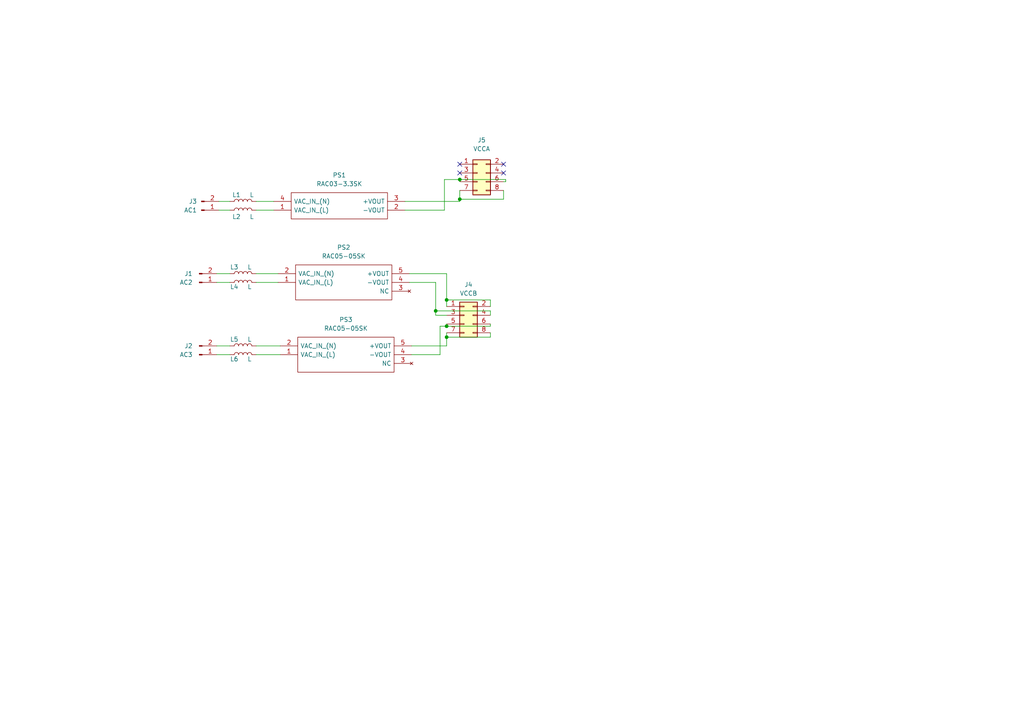
<source format=kicad_sch>
(kicad_sch (version 20211123) (generator eeschema)
  (paper "A4")
  (lib_symbols
    (symbol "Connector:Conn_01x02_Male" (pin_names (offset 1.016) hide)
      (property "Reference" "J" (at 0 2.54 0))
      (property "Value" "Conn_01x02_Male" (at 0 -5.08 0))
      (symbol "Conn_01x02_Male_1_1"
        (polyline (pts (xy 1.27 -2.54) (xy 0.8636 -2.54)) (stroke (width 0.1524)))
        (polyline (pts (xy 1.27 0) (xy 0.8636 0)) (stroke (width 0.1524)))
        (rectangle (start 0.8636 -2.413) (end 0 -2.667) (stroke (width 0.1524)) (fill (type outline)))
        (rectangle (start 0.8636 0.127) (end 0 -0.127) (stroke (width 0.1524)) (fill (type outline)))
        (pin passive line (at 5.08 0 180) (length 3.81) (name "Pin_1") (number "1"))
        (pin passive line (at 5.08 -2.54 180) (length 3.81) (name "Pin_2") (number "2"))
      )
    )
    (symbol "Connector_Generic:Conn_02x04_Odd_Even" (pin_names (offset 1.016) hide)
      (property "Reference" "J" (at 1.27 5.08 0))
      (property "Value" "Conn_02x04_Odd_Even" (at 1.27 -7.62 0))
      (symbol "Conn_02x04_Odd_Even_1_1"
        (rectangle (start -1.27 -4.953) (end 0 -5.207) (stroke (width 0.1524)))
        (rectangle (start -1.27 -2.413) (end 0 -2.667) (stroke (width 0.1524)))
        (rectangle (start -1.27 0.127) (end 0 -0.127) (stroke (width 0.1524)))
        (rectangle (start -1.27 2.667) (end 0 2.413) (stroke (width 0.1524)))
        (rectangle (start -1.27 3.81) (end 3.81 -6.35) (stroke (width 0.254)) (fill (type background)))
        (rectangle (start 3.81 -4.953) (end 2.54 -5.207) (stroke (width 0.1524)))
        (rectangle (start 3.81 -2.413) (end 2.54 -2.667) (stroke (width 0.1524)))
        (rectangle (start 3.81 0.127) (end 2.54 -0.127) (stroke (width 0.1524)))
        (rectangle (start 3.81 2.667) (end 2.54 2.413) (stroke (width 0.1524)))
        (pin passive line (at -5.08 2.54 0) (length 3.81) (name "Pin_1") (number "1"))
        (pin passive line (at 7.62 2.54 180) (length 3.81) (name "Pin_2") (number "2"))
        (pin passive line (at -5.08 0 0) (length 3.81) (name "Pin_3") (number "3"))
        (pin passive line (at 7.62 0 180) (length 3.81) (name "Pin_4") (number "4"))
        (pin passive line (at -5.08 -2.54 0) (length 3.81) (name "Pin_5") (number "5"))
        (pin passive line (at 7.62 -2.54 180) (length 3.81) (name "Pin_6") (number "6"))
        (pin passive line (at -5.08 -5.08 0) (length 3.81) (name "Pin_7") (number "7"))
        (pin passive line (at 7.62 -5.08 180) (length 3.81) (name "Pin_8") (number "8"))
      )
    )
    (symbol "Device:L" (pin_numbers hide) (pin_names (offset 1.016) hide)
      (property "Reference" "L" (at -1.27 0 90))
      (property "Value" "L" (at 1.905 0 90))
      (symbol "L_0_1"
        (arc (start 0 -2.54) (mid 0.635 -1.905) (end 0 -1.27))
        (arc (start 0 -1.27) (mid 0.635 -0.635) (end 0 0))
        (arc (start 0 0) (mid 0.635 0.635) (end 0 1.27))
        (arc (start 0 1.27) (mid 0.635 1.905) (end 0 2.54))
      )
      (symbol "L_1_1"
        (pin passive line (at 0 3.81 270) (length 1.27) (name "1") (number "1"))
        (pin passive line (at 0 -3.81 90) (length 1.27) (name "2") (number "2"))
      )
    )
    (symbol "RAC03-3.3SK:RAC03-3.3SK" (pin_names (offset 0.762))
      (property "Reference" "PS" (at 34.29 7.62 0))
      (property "Value" "RAC03-3.3SK" (at 34.29 5.08 0))
      (symbol "RAC03-3.3SK_0_0"
        (pin passive line (at 0 -2.54 0) (length 5.08) (name "VAC_IN_(L)") (number "1"))
        (pin passive line (at 38.1 -2.54 180) (length 5.08) (name "-VOUT") (number "2"))
        (pin passive line (at 38.1 0 180) (length 5.08) (name "+VOUT") (number "3"))
        (pin passive line (at 0 0 0) (length 5.08) (name "VAC_IN_(N)") (number "4"))
      )
      (symbol "RAC03-3.3SK_0_1"
        (polyline (pts (xy 5.08 2.54) (xy 33.02 2.54) (xy 33.02 -5.08) (xy 5.08 -5.08) (xy 5.08 2.54)) (stroke (width 0.1524)))
      )
    )
    (symbol "RAC05-05SK:RAC05-05SK" (pin_names (offset 0.762))
      (property "Reference" "PS" (at 34.29 7.62 0))
      (property "Value" "RAC05-05SK" (at 34.29 5.08 0))
      (symbol "RAC05-05SK_0_0"
        (pin passive line (at 0 -2.54 0) (length 5.08) (name "VAC_IN_(L)") (number "1"))
        (pin passive line (at 0 0 0) (length 5.08) (name "VAC_IN_(N)") (number "2"))
        (pin no_connect line (at 38.1 -5.08 180) (length 5.08) (name "NC") (number "3"))
        (pin passive line (at 38.1 -2.54 180) (length 5.08) (name "-VOUT") (number "4"))
        (pin passive line (at 38.1 0 180) (length 5.08) (name "+VOUT") (number "5"))
      )
      (symbol "RAC05-05SK_0_1"
        (polyline (pts (xy 5.08 2.54) (xy 33.02 2.54) (xy 33.02 -7.62) (xy 5.08 -7.62) (xy 5.08 2.54)) (stroke (width 0.1524)))
      )
    )
  )
  (junction (at 129.54 86.995))
  (junction (at 133.35 52.07))
  (junction (at 129.54 97.79))
  (junction (at 126.365 90.17))
  (junction (at 129.54 94.615))
  (junction (at 133.35 57.785))
  (no_connect (at 133.35 50.165))
  (no_connect (at 133.35 47.625))
  (no_connect (at 146.05 47.625))
  (no_connect (at 146.05 50.165))
  (wire (pts (xy 128.905 52.07) (xy 133.35 52.07)))
  (wire (pts (xy 74.295 102.87) (xy 81.28 102.87)))
  (wire (pts (xy 74.295 79.375) (xy 80.645 79.375)))
  (wire (pts (xy 63.5 60.96) (xy 66.675 60.96)))
  (wire (pts (xy 133.35 57.785) (xy 146.05 57.785)))
  (wire (pts (xy 119.38 100.33) (xy 129.54 100.33)))
  (wire (pts (xy 146.685 52.705) (xy 146.05 52.705)))
  (wire (pts (xy 117.475 60.96) (xy 128.905 60.96)))
  (wire (pts (xy 74.295 60.96) (xy 79.375 60.96)))
  (wire (pts (xy 119.38 102.87) (xy 127.635 102.87)))
  (wire (pts (xy 129.54 94.615) (xy 142.24 94.615)))
  (wire (pts (xy 118.745 81.915) (xy 126.365 81.915)))
  (wire (pts (xy 118.745 79.375) (xy 129.54 79.375)))
  (wire (pts (xy 62.865 102.87) (xy 66.675 102.87)))
  (wire (pts (xy 142.24 86.995) (xy 129.54 86.995)))
  (wire (pts (xy 142.24 88.9) (xy 142.24 86.995)))
  (wire (pts (xy 146.05 55.245) (xy 146.05 57.785)))
  (wire (pts (xy 126.365 90.17) (xy 126.365 91.44)))
  (wire (pts (xy 142.24 97.79) (xy 129.54 97.79)))
  (wire (pts (xy 146.685 52.705) (xy 146.685 52.07)))
  (wire (pts (xy 62.865 100.33) (xy 66.675 100.33)))
  (wire (pts (xy 62.865 81.915) (xy 66.675 81.915)))
  (wire (pts (xy 133.35 58.42) (xy 133.35 57.785)))
  (wire (pts (xy 142.24 91.44) (xy 142.24 90.17)))
  (wire (pts (xy 129.54 93.98) (xy 129.54 94.615)))
  (wire (pts (xy 129.54 97.79) (xy 129.54 96.52)))
  (wire (pts (xy 74.295 81.915) (xy 80.645 81.915)))
  (wire (pts (xy 129.54 86.995) (xy 129.54 88.9)))
  (wire (pts (xy 74.295 58.42) (xy 79.375 58.42)))
  (wire (pts (xy 133.35 55.245) (xy 133.35 57.785)))
  (wire (pts (xy 129.54 100.33) (xy 129.54 97.79)))
  (wire (pts (xy 133.35 52.705) (xy 133.35 52.07)))
  (wire (pts (xy 142.24 96.52) (xy 142.24 97.79)))
  (wire (pts (xy 129.54 79.375) (xy 129.54 86.995)))
  (wire (pts (xy 127.635 102.87) (xy 127.635 94.615)))
  (wire (pts (xy 62.865 79.375) (xy 66.675 79.375)))
  (wire (pts (xy 63.5 58.42) (xy 66.675 58.42)))
  (wire (pts (xy 74.295 100.33) (xy 81.28 100.33)))
  (wire (pts (xy 126.365 91.44) (xy 129.54 91.44)))
  (wire (pts (xy 142.24 94.615) (xy 142.24 93.98)))
  (wire (pts (xy 133.35 52.07) (xy 146.685 52.07)))
  (wire (pts (xy 126.365 81.915) (xy 126.365 90.17)))
  (wire (pts (xy 127.635 94.615) (xy 129.54 94.615)))
  (wire (pts (xy 117.475 58.42) (xy 133.35 58.42)))
  (wire (pts (xy 128.905 60.96) (xy 128.905 52.07)))
  (wire (pts (xy 142.24 90.17) (xy 126.365 90.17)))
  (symbol (lib_id "Connector:Conn_01x02_Male") (at 58.42 60.96 0) (mirror x) (unit 1)
    (property "Reference" "J3" (at 57.15 58.4199 0) (effects (justify right)))
    (property "Value" "AC1" (at 57.15 60.9599 0) (effects (justify right)))
    (property "Footprint" "Connector_Molex:Molex_KK-396_A-41791-0002_1x02_P3.96mm_Vertical" (effects hide))
  )
  (symbol (lib_id "Device:L") (at 70.485 100.33 90) (unit 1)
    (property "Reference" "L5" (at 67.945 98.425 90))
    (property "Value" "L" (at 72.39 98.425 90))
    (property "Footprint" "Capacitor_THT:C_Rect_L7.0mm_W3.5mm_P5.00mm" (effects hide))
  )
  (symbol (lib_id "Connector_Generic:Conn_02x04_Odd_Even") (at 134.62 91.44 0) (unit 1)
    (property "Reference" "J4" (at 135.89 82.55 0))
    (property "Value" "VCCB" (at 135.89 85.09 0))
    (property "Footprint" "Connector_PinHeader_2.54mm:PinHeader_2x04_P2.54mm_Vertical" (effects hide))
  )
  (symbol (lib_id "RAC05-05SK:RAC05-05SK") (at 81.28 100.33 0) (unit 1)
    (property "Reference" "PS3" (at 100.33 92.71 0))
    (property "Value" "RAC05-05SK" (at 100.33 95.25 0))
    (property "Footprint" "RAC05-05SK:RAC0505SK" (effects hide))
    (property "Description" "Recom 5W Encapsulated Switch Mode Power Supply, 1A, 5V dc" (effects hide))
    (property "Height" "17.2" (effects hide))
    (property "Mouser Part Number" "919-RAC05-05SK" (effects hide))
    (property "Mouser Price/Stock" "https://www.mouser.co.uk/ProductDetail/RECOM-Power/RAC05-05SK?qs=BZBei1rCqCAuA5d34muF0w%3D%3D" (effects hide))
    (property "Manufacturer_Name" "RECOM Power" (effects hide))
    (property "Manufacturer_Part_Number" "RAC05-05SK" (effects hide))
  )
  (symbol (lib_id "Device:L") (at 70.485 79.375 90) (unit 1)
    (property "Reference" "L3" (at 67.945 77.47 90))
    (property "Value" "L" (at 72.39 77.47 90))
    (property "Footprint" "Capacitor_THT:C_Rect_L7.0mm_W3.5mm_P5.00mm" (effects hide))
  )
  (symbol (lib_id "Connector_Generic:Conn_02x04_Odd_Even") (at 138.43 50.165 0) (unit 1)
    (property "Reference" "J5" (at 139.7 40.64 0))
    (property "Value" "VCCA" (at 139.7 43.18 0))
    (property "Footprint" "Connector_PinHeader_2.54mm:PinHeader_2x04_P2.54mm_Vertical" (effects hide))
  )
  (symbol (lib_id "Device:L") (at 70.485 60.96 90) (unit 1)
    (property "Reference" "L2" (at 68.58 62.865 90))
    (property "Value" "L" (at 73.025 62.865 90))
    (property "Footprint" "Capacitor_THT:C_Rect_L7.0mm_W3.5mm_P5.00mm" (effects hide))
  )
  (symbol (lib_id "Connector:Conn_01x02_Male") (at 57.785 102.87 0) (mirror x) (unit 1)
    (property "Reference" "J2" (at 55.88 100.3299 0) (effects (justify right)))
    (property "Value" "AC3" (at 55.88 102.8699 0) (effects (justify right)))
    (property "Footprint" "Connector_Molex:Molex_KK-396_A-41791-0002_1x02_P3.96mm_Vertical" (effects hide))
  )
  (symbol (lib_id "Connector:Conn_01x02_Male") (at 57.785 81.915 0) (mirror x) (unit 1)
    (property "Reference" "J1" (at 55.88 79.3749 0) (effects (justify right)))
    (property "Value" "AC2" (at 55.88 81.9149 0) (effects (justify right)))
    (property "Footprint" "Connector_Molex:Molex_KK-396_A-41791-0002_1x02_P3.96mm_Vertical" (effects hide))
  )
  (symbol (lib_id "Device:L") (at 70.485 102.87 90) (unit 1)
    (property "Reference" "L6" (at 67.945 104.14 90))
    (property "Value" "L" (at 72.39 104.14 90))
    (property "Footprint" "Capacitor_THT:C_Rect_L7.0mm_W3.5mm_P5.00mm" (effects hide))
  )
  (symbol (lib_id "RAC03-3.3SK:RAC03-3.3SK") (at 79.375 58.42 0) (unit 1)
    (property "Reference" "PS1" (at 98.425 50.8 0))
    (property "Value" "RAC03-3.3SK" (at 98.425 53.34 0))
    (property "Footprint" "RAC03-3.3SK:RAC0305SK" (effects hide))
    (property "Datasheet" "https://recom-power.com/pdf/Powerline_AC-DC/RAC03-K.pdf" (effects hide))
    (property "Description" "AC/DC Power Modules 3W 85-264Vin 3.3Vout 900mA" (effects hide))
    (property "Height" "18.4" (effects hide))
    (property "Mouser Part Number" "919-RAC03-3.3SK" (effects hide))
    (property "Mouser Price/Stock" "https://www.mouser.co.uk/ProductDetail/RECOM-Power/RAC03-3.3SK?qs=EBDBlbfErPyS11fagCV%252BCw%3D%3D" (effects hide))
    (property "Manufacturer_Name" "RECOM Power" (effects hide))
    (property "Manufacturer_Part_Number" "RAC03-3.3SK" (effects hide))
  )
  (symbol (lib_id "RAC05-05SK:RAC05-05SK") (at 80.645 79.375 0) (unit 1)
    (property "Reference" "PS2" (at 99.695 71.755 0))
    (property "Value" "RAC05-05SK" (at 99.695 74.295 0))
    (property "Footprint" "RAC05-05SK:RAC0505SK" (effects hide))
    (property "Description" "Recom 5W Encapsulated Switch Mode Power Supply, 1A, 5V dc" (effects hide))
    (property "Height" "17.2" (effects hide))
    (property "Mouser Part Number" "919-RAC05-05SK" (effects hide))
    (property "Mouser Price/Stock" "https://www.mouser.co.uk/ProductDetail/RECOM-Power/RAC05-05SK?qs=BZBei1rCqCAuA5d34muF0w%3D%3D" (effects hide))
    (property "Manufacturer_Name" "RECOM Power" (effects hide))
    (property "Manufacturer_Part_Number" "RAC05-05SK" (effects hide))
  )
  (symbol (lib_id "Device:L") (at 70.485 81.915 90) (unit 1)
    (property "Reference" "L4" (at 67.945 83.185 90))
    (property "Value" "L" (at 72.39 83.185 90))
    (property "Footprint" "Capacitor_THT:C_Rect_L7.0mm_W3.5mm_P5.00mm" (effects hide))
  )
  (symbol (lib_id "Device:L") (at 70.485 58.42 90) (unit 1)
    (property "Reference" "L1" (at 68.58 56.515 90))
    (property "Value" "L" (at 73.025 56.515 90))
    (property "Footprint" "Capacitor_THT:C_Rect_L7.0mm_W3.5mm_P5.00mm" (effects hide))
  )
)
</source>
